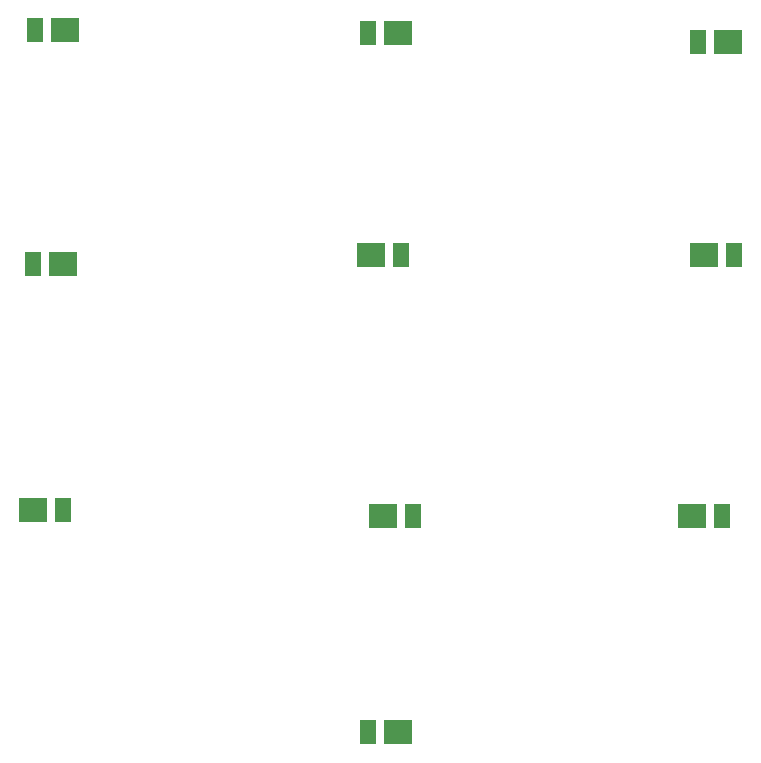
<source format=gbr>
%TF.GenerationSoftware,KiCad,Pcbnew,9.0.7*%
%TF.CreationDate,2026-02-25T22:42:44-06:00*%
%TF.ProjectId,grow_lights,67726f77-5f6c-4696-9768-74732e6b6963,rev?*%
%TF.SameCoordinates,Original*%
%TF.FileFunction,Paste,Top*%
%TF.FilePolarity,Positive*%
%FSLAX46Y46*%
G04 Gerber Fmt 4.6, Leading zero omitted, Abs format (unit mm)*
G04 Created by KiCad (PCBNEW 9.0.7) date 2026-02-25 22:42:44*
%MOMM*%
%LPD*%
G01*
G04 APERTURE LIST*
%ADD10R,1.420000X2.100000*%
%ADD11R,2.490000X2.100000*%
G04 APERTURE END LIST*
D10*
%TO.C,LED6*%
X117078000Y-77216000D03*
D11*
X119623000Y-77216000D03*
%TD*%
%TO.C,LED10*%
X147828000Y-136652000D03*
D10*
X145283000Y-136652000D03*
%TD*%
%TO.C,LED4*%
X148082000Y-96266000D03*
D11*
X145537000Y-96266000D03*
%TD*%
%TO.C,LED1*%
X119396000Y-97028000D03*
D10*
X116851000Y-97028000D03*
%TD*%
%TO.C,LED7*%
X145283000Y-77470000D03*
D11*
X147828000Y-77470000D03*
%TD*%
%TO.C,LED5*%
X146553000Y-118364000D03*
D10*
X149098000Y-118364000D03*
%TD*%
D11*
%TO.C,LED9*%
X172715000Y-118364000D03*
D10*
X175260000Y-118364000D03*
%TD*%
D11*
%TO.C,LED3*%
X116878000Y-117856000D03*
D10*
X119423000Y-117856000D03*
%TD*%
%TO.C,LED8*%
X173217000Y-78232000D03*
D11*
X175762000Y-78232000D03*
%TD*%
D10*
%TO.C,LED2*%
X176276000Y-96266000D03*
D11*
X173731000Y-96266000D03*
%TD*%
M02*

</source>
